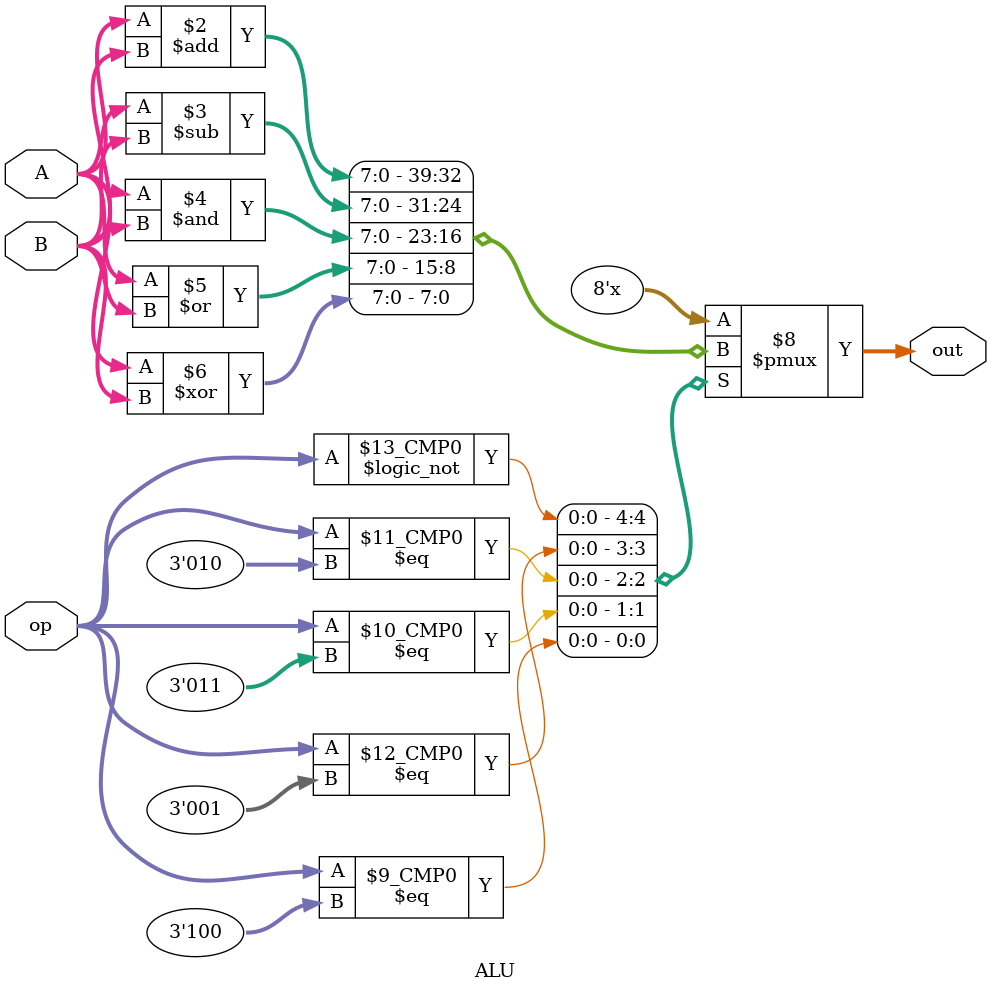
<source format=sv>
module ALU #(parameter WIDTH = 8) (
  input [WIDTH-1:0] A,
  input [WIDTH-1:0] B,
  input [2:0] op,
  output reg [WIDTH-1:0] out
);

always @(A, B, op) begin
  case (op)
    3'b000: out = A + B;
    3'b001: out = A - B;
    3'b010: out = A & B;
    3'b011: out = A | B;
    3'b100: out = A ^ B;
  endcase
end

endmodule

</source>
